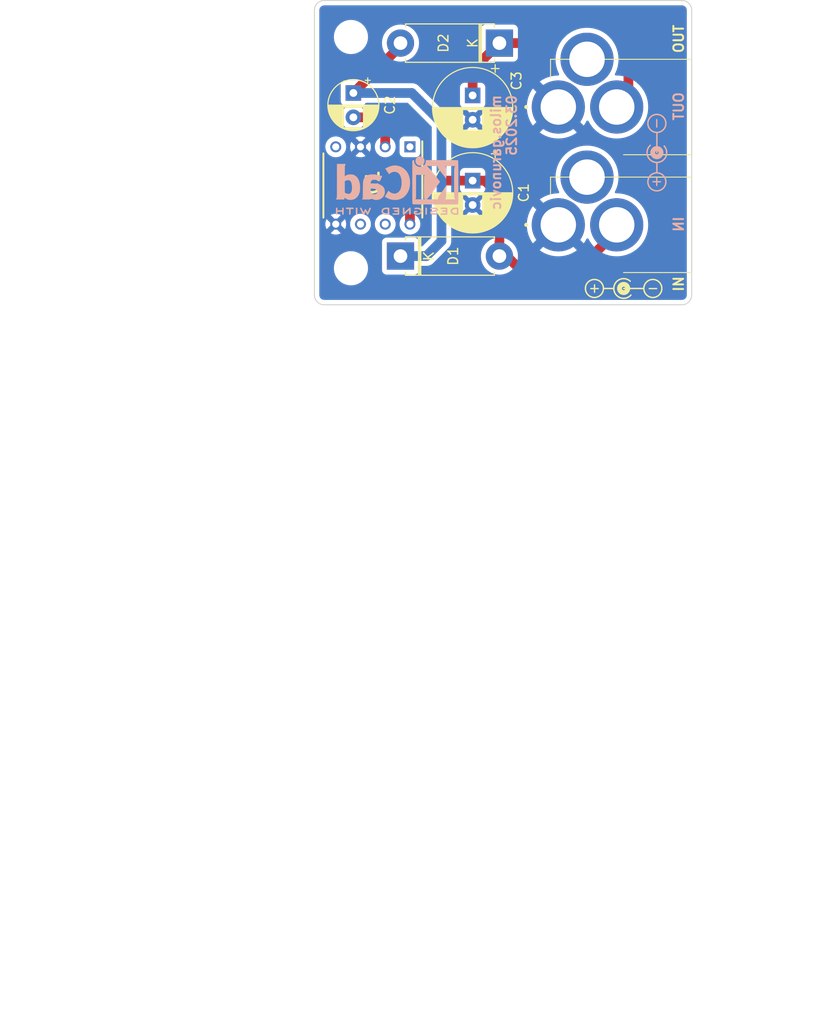
<source format=kicad_pcb>
(kicad_pcb (version 20240108) (generator "pcbnew") (generator_version "8.0")
  (title_block (title "Voltage doubler") (date "${MANUFACTURING_DATE}") (rev "1.0.0"))
  (layers (0 "F.Cu" signal) (31 "B.Cu" signal) (34 "B.Paste" user) (35 "F.Paste" user) (36 "B.SilkS" user "B.Silkscreen") (37 "F.SilkS" user "F.Silkscreen") (38 "B.Mask" user) (39 "F.Mask" user) (44 "Edge.Cuts" user))
  (property "MANUFACTURING_DATE" "03.2025")
  (net 0 "")
  (net 1 "Net-(D1-A)")
  (net 2 "GND")
  (net 3 "Net-(IC1-CAP+)")
  (net 4 "Net-(D1-K)")
  (net 5 "Net-(D2-K)")
  (footprint "Capacitor_THT:CP_Radial_D8.0mm_P2.50mm" (layer "F.Cu") (at 138 86 -90)
    (property "Reference" "C1" (at 1.25 -5.25 90) (layer "F.SilkS"))
    (property "Value" "2u2")
    (pad "1" thru_hole rect (at 0 0 270) (size 1.6 1.6) (drill 0.8) (layers "*.Cu" "*.Mask") (net 1 "Net-(D1-A)"))
    (pad "2" thru_hole circle (at 2.5 0 270) (size 1.6 1.6) (drill 0.8) (layers "*.Cu" "*.Mask") (net 2 "GND"))
  )
  (footprint "Capacitor_THT:CP_Radial_D5.0mm_P2.50mm" (layer "F.Cu") (at 125.75 77 -90)
    (property "Reference" "C2" (at 1.25 -3.75 90) (layer "F.SilkS"))
    (property "Value" "10u")
    (pad "1" thru_hole rect (at 0 0 270) (size 1.6 1.6) (drill 0.8) (layers "*.Cu" "*.Mask") (net 4 "Net-(D1-K)"))
    (pad "2" thru_hole circle (at 2.5 0 270) (size 1.6 1.6) (drill 0.8) (layers "*.Cu" "*.Mask") (net 3 "Net-(IC1-CAP+)"))
  )
  (footprint "footprints:163179PHEX" (layer "F.Cu") (at 151.95 77.075 180)
    (property "Reference" "J2" (hide yes))
    (property "Value" "Barrel_Jack" (hide yes))
    (pad "A" thru_hole circle (at 5.15 -1.365 180) (size 5.46 5.46) (drill 3.6401) (layers "*.Cu" "*.Mask") (net 2 "GND") (thermal_bridge_width 1))
    (pad "B" thru_hole circle (at 2.2 3.535 180) (size 5.46 5.46) (drill 3.6401) (layers "*.Cu" "*.Mask"))
    (pad "C" thru_hole circle (at -0.85 -1.365 180) (size 5.46 5.46) (drill 3.6401) (layers "*.Cu" "*.Mask") (net 5 "Net-(D2-K)"))
  )
  (footprint "footprints:LT1054CP" (layer "F.Cu") (at 127.75 86.5 -90)
    (property "Reference" "IC1" (at 0 0 90) (layer "F.SilkS") (effects (font (size 1.27 1.27) (thickness 0.254))))
    (property "Value" "LT1054CP" (hide yes))
    (pad "1" thru_hole rect (at -3.97 -3.81 270) (size 1.13 1.13) (drill 0.73) (layers "*.Cu" "*.Mask"))
    (pad "2" thru_hole circle (at -3.97 -1.27 270) (size 1.13 1.13) (drill 0.73) (layers "*.Cu" "*.Mask") (net 3 "Net-(IC1-CAP+)"))
    (pad "3" thru_hole circle (at -3.97 1.27 270) (size 1.13 1.13) (drill 0.73) (layers "*.Cu" "*.Mask") (net 2 "GND") (thermal_bridge_width 0.6))
    (pad "4" thru_hole circle (at -3.97 3.81 270) (size 1.13 1.13) (drill 0.73) (layers "*.Cu" "*.Mask"))
    (pad "5" thru_hole circle (at 3.97 3.81 270) (size 1.13 1.13) (drill 0.73) (layers "*.Cu" "*.Mask") (net 2 "GND") (thermal_bridge_width 0.6))
    (pad "6" thru_hole circle (at 3.97 1.27 270) (size 1.13 1.13) (drill 0.73) (layers "*.Cu" "*.Mask"))
    (pad "7" thru_hole circle (at 3.97 -1.27 270) (size 1.13 1.13) (drill 0.73) (layers "*.Cu" "*.Mask"))
    (pad "8" thru_hole circle (at 3.97 -3.81 270) (size 1.13 1.13) (drill 0.73) (layers "*.Cu" "*.Mask") (net 1 "Net-(D1-A)"))
  )
  (footprint "MountingHole:MountingHole_3mm" (layer "F.Cu") (at 125.5 95)
    (property "Reference" "H1" (hide yes))
    (property "Value" "MountingHole")
    (pad "" np_thru_hole circle (at 0 0) (size 3 3) (drill 3) (layers "*.Cu" "*.Mask"))
  )
  (footprint "footprints:163179PHEX" (layer "F.Cu") (at 151.95 89.175 180)
    (property "Reference" "J1" (hide yes))
    (property "Value" "Vin = 3.5V to 15V" (hide yes))
    (pad "A" thru_hole circle (at 5.15 -1.365 180) (size 5.46 5.46) (drill 3.6401) (layers "*.Cu" "*.Mask") (net 2 "GND") (thermal_bridge_width 1))
    (pad "B" thru_hole circle (at 2.2 3.535 180) (size 5.46 5.46) (drill 3.6401) (layers "*.Cu" "*.Mask"))
    (pad "C" thru_hole circle (at -0.85 -1.365 180) (size 5.46 5.46) (drill 3.6401) (layers "*.Cu" "*.Mask") (net 1 "Net-(D1-A)"))
  )
  (footprint "MountingHole:MountingHole_3mm" (layer "F.Cu") (at 125.5 71.25)
    (property "Reference" "H2" (hide yes))
    (property "Value" "MountingHole")
    (pad "" np_thru_hole circle (at 0 0) (size 3 3) (drill 3) (layers "*.Cu" "*.Mask"))
  )
  (footprint "Symbol:Symbol_Barrel_Polarity" (layer "F.Cu") (at 153.51 97)
    (property "Reference" "REF**" (hide yes))
    (property "Value" "Symbol_Barrel_Polarity")
  )
  (footprint "Diode_THT:D_5W_P10.16mm_Horizontal" (layer "F.Cu") (at 130.59 93.75)
    (property "Reference" "D1" (at 5.41 0 90) (layer "F.SilkS"))
    (property "Value" "1N4001")
    (fp_text user "K" (at 2.91 0 90) (layer "F.SilkS"))
    (pad "1" thru_hole rect (at 0 0) (size 2.8 2.8) (drill 1.4) (layers "*.Cu" "*.Mask") (net 4 "Net-(D1-K)"))
    (pad "2" thru_hole oval (at 10.16 0) (size 2.8 2.8) (drill 1.4) (layers "*.Cu" "*.Mask") (net 1 "Net-(D1-A)"))
  )
  (footprint "Capacitor_THT:CP_Radial_D8.0mm_P2.50mm" (layer "F.Cu") (at 138 77.25 -90)
    (property "Reference" "C3" (at -1.5 -4.5 90) (layer "F.SilkS"))
    (property "Value" "100u")
    (pad "1" thru_hole rect (at 0 0 270) (size 1.6 1.6) (drill 0.8) (layers "*.Cu" "*.Mask") (net 5 "Net-(D2-K)"))
    (pad "2" thru_hole circle (at 2.5 0 270) (size 1.6 1.6) (drill 0.8) (layers "*.Cu" "*.Mask") (net 2 "GND") (thermal_bridge_width 0.6))
  )
  (footprint "Diode_THT:D_5W_P10.16mm_Horizontal" (layer "F.Cu") (at 140.75 71.875 180)
    (property "Reference" "D2" (at 5.75 0 90) (layer "F.SilkS"))
    (property "Value" "1N4001")
    (fp_text user "K" (at 2.75 0 90) (layer "F.SilkS"))
    (pad "1" thru_hole rect (at 0 0 180) (size 2.8 2.8) (drill 1.4) (layers "*.Cu" "*.Mask") (net 5 "Net-(D2-K)"))
    (pad "2" thru_hole oval (at 10.16 0 180) (size 2.8 2.8) (drill 1.4) (layers "*.Cu" "*.Mask") (net 4 "Net-(D1-K)"))
  )
  (footprint "Symbol:Symbol_Barrel_Polarity" (layer "B.Cu") (at 157 83.125 90)
    (property "Reference" "REF**" (hide yes))
    (property "Value" "Symbol_Barrel_Polarity")
  )
  (footprint "Symbol:KiCad-Logo2_5mm_SilkScreen" (layer "B.Cu") (at 130.25 86.5 180)
    (property "Reference" "REF**" (hide yes))
    (property "Value" "KiCad-Logo2_5mm_SilkScreen" (hide yes))
  )
  (gr_arc (start 122.75 98.75) (mid 122.042893 98.457107) (end 121.75 97.75) (stroke (width 0.1)) (layer "Edge.Cuts"))
  (gr_arc (start 121.75 68.5) (mid 122.042893 67.792893) (end 122.75 67.5) (stroke (width 0.1)) (layer "Edge.Cuts"))
  (gr_arc (start 160.5 97.75) (mid 160.207107 98.457107) (end 159.5 98.75) (stroke (width 0.1)) (layer "Edge.Cuts"))
  (gr_arc (start 159.5 67.5) (mid 160.207107 67.792893) (end 160.5 68.5) (stroke (width 0.1)) (layer "Edge.Cuts"))
  (gr_line (start 122.75 67.5) (end 159.5 67.5) (stroke (width 0.1)) (layer "Edge.Cuts"))
  (gr_line (start 121.75 97.75) (end 121.75 68.5) (stroke (width 0.1)) (layer "Edge.Cuts"))
  (gr_line (start 159.5 98.75) (end 122.75 98.75) (stroke (width 0.1)) (layer "Edge.Cuts"))
  (gr_line (start 160.5 68.5) (end 160.5 97.75) (stroke (width 0.1)) (layer "Edge.Cuts"))
  (gr_text "-" (at 156.403095 80.825 -90) (layer "B.SilkS") (effects (font (size 1 1) (thickness 0.14)) (justify left bottom mirror)))
  (gr_text "+" (at 156.403095 86.825 -90) (layer "B.SilkS") (effects (font (size 1 1) (thickness 0.14)) (justify left bottom mirror)))
  (gr_text "OUT" (at 159.75 76.811429 90) (layer "B.SilkS") (effects (font (size 1 1) (thickness 0.2) (bold yes)) (justify left bottom mirror)))
  (gr_text "IN" (at 159.75 89.578096 90) (layer "B.SilkS") (effects (font (size 1 1) (thickness 0.2) (bold yes)) (justify left bottom mirror)))
  (gr_text "milos.garunovic\n${MANUFACTURING_DATE}" (at 142.593972 77.1 90) (layer "B.SilkS") (effects (font (size 1 1) (thickness 0.2) (bold yes)) (justify left bottom mirror)))
  (gr_text "OUT" (at 159.75 73 90) (layer "F.SilkS") (effects (font (size 1 1) (thickness 0.2) (bold yes)) (justify left bottom)))
  (gr_text "+" (at 149.81 97.596905 0) (layer "F.SilkS") (effects (font (size 1 1) (thickness 0.14)) (justify left bottom)))
  (gr_text "IN" (at 159.75 97.5 90) (layer "F.SilkS") (effects (font (size 1 1) (thickness 0.2) (bold yes)) (justify left bottom)))
  (gr_text "-" (at 155.81 97.596905 0) (layer "F.SilkS") (effects (font (size 1 1) (thickness 0.14)) (justify left bottom)))
  (segment (start 131.56 90.47) (end 131.56 88.44) (width 1) (layer "F.Cu") (net 1))
  (segment (start 140.75 87.5) (end 139.25 86) (width 1) (layer "F.Cu") (net 1))
  (segment (start 131.56 88.44) (end 134 86) (width 1) (layer "F.Cu") (net 1))
  (segment (start 139.25 86) (end 138 86) (width 1) (layer "F.Cu") (net 1))
  (segment (start 134 86) (end 138 86) (width 1) (layer "F.Cu") (net 1))
  (segment (start 140.75 93.75) (end 140.75 87.5) (width 1) (layer "F.Cu") (net 1))
  (segment (start 149 95) (end 152.85 91.15) (width 1) (layer "F.Cu") (net 1))
  (segment (start 141.5 93.75) (end 142.75 95) (width 1) (layer "F.Cu") (net 1))
  (segment (start 142.75 95) (end 149 95) (width 1) (layer "F.Cu") (net 1))
  (segment (start 152.85 91.15) (end 152.85 90.54) (width 1) (layer "F.Cu") (net 1))
  (segment (start 140.75 93.75) (end 141.5 93.75) (width 1) (layer "F.Cu") (net 1))
  (segment (start 125.75 79.5) (end 127.25 79.5) (width 1) (layer "F.Cu") (net 3))
  (segment (start 129.02 81.27) (end 129.02 82.53) (width 1) (layer "F.Cu") (net 3))
  (segment (start 127.25 79.5) (end 129.02 81.27) (width 1) (layer "F.Cu") (net 3))
  (segment (start 130.59 71.875) (end 130.59 72.16) (width 1) (layer "F.Cu") (net 4))
  (segment (start 130.59 72.16) (end 125.75 77) (width 1) (layer "F.Cu") (net 4))
  (segment (start 134.8 80.05) (end 131.75 77) (width 1) (layer "B.Cu") (net 4))
  (segment (start 133.25 93.75) (end 134.8 92.2) (width 1) (layer "B.Cu") (net 4))
  (segment (start 134.8 92.2) (end 134.8 80.05) (width 1) (layer "B.Cu") (net 4))
  (segment (start 131.75 77) (end 125.75 77) (width 1) (layer "B.Cu") (net 4))
  (segment (start 130.59 93.75) (end 133.25 93.75) (width 1) (layer "B.Cu") (net 4))
  (segment (start 147.5 69.5) (end 152.25 69.5) (width 1) (layer "F.Cu") (net 5))
  (segment (start 154 71.25) (end 154 77.29) (width 1) (layer "F.Cu") (net 5))
  (segment (start 138 77.25) (end 138 74.625) (width 1) (layer "F.Cu") (net 5))
  (segment (start 145.125 71.875) (end 147.5 69.5) (width 1) (layer "F.Cu") (net 5))
  (segment (start 154 77.29) (end 152.85 78.44) (width 1) (layer "F.Cu") (net 5))
  (segment (start 138 74.625) (end 140.75 71.875) (width 1) (layer "F.Cu") (net 5))
  (segment (start 140.75 71.875) (end 145.125 71.875) (width 1) (layer "F.Cu") (net 5))
  (segment (start 152.25 69.5) (end 154 71.25) (width 1) (layer "F.Cu") (net 5))
  (zone (net 2) (net_name "GND") (layer "B.Cu") (connect_pads (clearance 0.5)) (min_thickness 0.25) (fill yes (thermal_gap 0.5) (thermal_bridge_width 0.5))
    (polygon (pts (xy 160.5 67.5) (xy 121.75 67.5) (xy 121.75 98.75) (xy 160.5 98.75)))
  )
)
</source>
